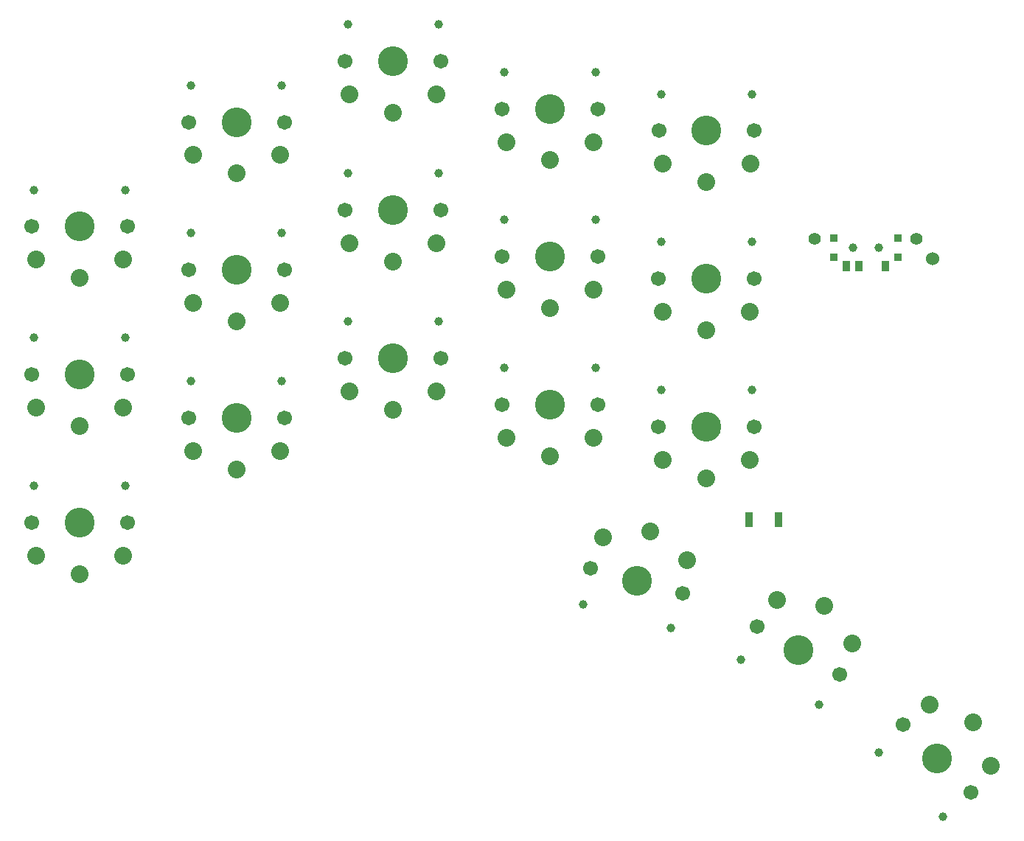
<source format=gbr>
%TF.GenerationSoftware,KiCad,Pcbnew,(6.0.2-0)*%
%TF.CreationDate,2022-03-03T20:02:48-06:00*%
%TF.ProjectId,Exkeylibur,45786b65-796c-4696-9275-722e6b696361,rev?*%
%TF.SameCoordinates,Original*%
%TF.FileFunction,Soldermask,Top*%
%TF.FilePolarity,Negative*%
%FSLAX46Y46*%
G04 Gerber Fmt 4.6, Leading zero omitted, Abs format (unit mm)*
G04 Created by KiCad (PCBNEW (6.0.2-0)) date 2022-03-03 20:02:48*
%MOMM*%
%LPD*%
G01*
G04 APERTURE LIST*
%ADD10C,1.524000*%
%ADD11C,3.429000*%
%ADD12C,0.990600*%
%ADD13C,1.701800*%
%ADD14C,2.032000*%
%ADD15R,0.900000X1.700000*%
%ADD16C,1.397000*%
%ADD17C,1.000000*%
%ADD18R,0.900000X0.900000*%
%ADD19R,0.900000X1.250000*%
G04 APERTURE END LIST*
D10*
%TO.C,U1*%
X128322558Y-53086000D03*
%TD*%
D11*
%TO.C,SW16*%
X66389158Y-64516000D03*
D12*
X71609158Y-60316000D03*
D13*
X71889158Y-64516000D03*
D12*
X61169158Y-60316000D03*
D13*
X60889158Y-64516000D03*
D14*
X66389158Y-70416000D03*
X71389158Y-68316000D03*
X61389158Y-68316000D03*
%TD*%
D12*
%TO.C,SW7*%
X115339811Y-104329307D03*
D11*
X112919158Y-98082000D03*
D13*
X117682298Y-100832000D03*
X108156018Y-95332000D03*
D12*
X106298505Y-99109307D03*
D14*
X115869158Y-92972450D03*
X119149285Y-97291103D03*
X110489031Y-92291103D03*
%TD*%
D12*
%TO.C,SW15*%
X53609158Y-67174000D03*
X43169158Y-67174000D03*
D11*
X48389158Y-71374000D03*
D13*
X42889158Y-71374000D03*
X53889158Y-71374000D03*
D14*
X48389158Y-77274000D03*
X53389158Y-75174000D03*
X43389158Y-75174000D03*
%TD*%
D12*
%TO.C,SW13*%
X98314251Y-95489924D03*
D13*
X89046566Y-88658495D03*
D12*
X88229985Y-92787853D03*
D13*
X99671750Y-91505505D03*
D11*
X94359158Y-90082000D03*
D14*
X95886190Y-84383038D03*
X100172300Y-87705577D03*
X90513041Y-85117387D03*
%TD*%
D13*
%TO.C,SW17*%
X78889158Y-69850000D03*
D12*
X79169158Y-65650000D03*
D11*
X84389158Y-69850000D03*
D13*
X89889158Y-69850000D03*
D12*
X89609158Y-65650000D03*
D14*
X84389158Y-75750000D03*
X79389158Y-73650000D03*
X89389158Y-73650000D03*
%TD*%
D11*
%TO.C,SW18*%
X102369158Y-72390000D03*
D12*
X107589158Y-68190000D03*
D13*
X96869158Y-72390000D03*
X107869158Y-72390000D03*
D12*
X97149158Y-68190000D03*
D14*
X102369158Y-78290000D03*
X97369158Y-76190000D03*
X107369158Y-76190000D03*
%TD*%
D11*
%TO.C,SW4*%
X66389158Y-30382000D03*
D12*
X61169158Y-26182000D03*
D13*
X71889158Y-30382000D03*
X60889158Y-30382000D03*
D12*
X71609158Y-26182000D03*
D14*
X66389158Y-36282000D03*
X71389158Y-34182000D03*
X61389158Y-34182000D03*
%TD*%
D12*
%TO.C,SW3*%
X43169158Y-33182000D03*
X53609158Y-33182000D03*
D13*
X53889158Y-37382000D03*
D11*
X48389158Y-37382000D03*
D13*
X42889158Y-37382000D03*
D14*
X48389158Y-43282000D03*
X53389158Y-41182000D03*
X43389158Y-41182000D03*
%TD*%
D11*
%TO.C,SW9*%
X48389158Y-54356000D03*
D12*
X53609158Y-50156000D03*
D13*
X53889158Y-54356000D03*
X42889158Y-54356000D03*
D12*
X43169158Y-50156000D03*
D14*
X48389158Y-60256000D03*
X43389158Y-58156000D03*
X53389158Y-58156000D03*
%TD*%
D11*
%TO.C,SW14*%
X30389158Y-83382000D03*
D13*
X35889158Y-83382000D03*
X24889158Y-83382000D03*
D12*
X25169158Y-79182000D03*
X35609158Y-79182000D03*
D14*
X30389158Y-89282000D03*
X35389158Y-87182000D03*
X25389158Y-87182000D03*
%TD*%
D11*
%TO.C,SW12*%
X102369158Y-55372000D03*
D13*
X107869158Y-55372000D03*
X96869158Y-55372000D03*
D12*
X107589158Y-51172000D03*
X97149158Y-51172000D03*
D14*
X102369158Y-61272000D03*
X107369158Y-59172000D03*
X97369158Y-59172000D03*
%TD*%
D13*
%TO.C,SW11*%
X78889158Y-52832000D03*
D11*
X84389158Y-52832000D03*
D12*
X89609158Y-48632000D03*
X79169158Y-48632000D03*
D13*
X89889158Y-52832000D03*
D14*
X84389158Y-58732000D03*
X79389158Y-56632000D03*
X89389158Y-56632000D03*
%TD*%
D13*
%TO.C,SW8*%
X24889158Y-66382000D03*
D12*
X25169158Y-62182000D03*
D13*
X35889158Y-66382000D03*
D11*
X30389158Y-66382000D03*
D12*
X35609158Y-62182000D03*
D14*
X30389158Y-72282000D03*
X25389158Y-70182000D03*
X35389158Y-70182000D03*
%TD*%
D12*
%TO.C,SW6*%
X107609158Y-34182000D03*
X97169158Y-34182000D03*
D11*
X102389158Y-38382000D03*
D13*
X107889158Y-38382000D03*
X96889158Y-38382000D03*
D14*
X102389158Y-44282000D03*
X107389158Y-42182000D03*
X97389158Y-42182000D03*
%TD*%
D13*
%TO.C,SW5*%
X78889158Y-35882000D03*
D12*
X89609158Y-31682000D03*
X79169158Y-31682000D03*
D13*
X89889158Y-35882000D03*
D11*
X84389158Y-35882000D03*
D14*
X84389158Y-41782000D03*
X79389158Y-39682000D03*
X89389158Y-39682000D03*
%TD*%
D13*
%TO.C,SW2*%
X35889158Y-49382000D03*
D12*
X25169158Y-45182000D03*
D13*
X24889158Y-49382000D03*
D11*
X30389158Y-49382000D03*
D12*
X35609158Y-45182000D03*
D14*
X30389158Y-55282000D03*
X25389158Y-53182000D03*
X35389158Y-53182000D03*
%TD*%
D15*
%TO.C,RSW1*%
X107273158Y-83058000D03*
X110673158Y-83058000D03*
%TD*%
D12*
%TO.C,SW10*%
X71609158Y-43298000D03*
D11*
X66389158Y-47498000D03*
D12*
X61169158Y-43298000D03*
D13*
X60889158Y-47498000D03*
X71889158Y-47498000D03*
D14*
X66389158Y-53398000D03*
X71389158Y-51298000D03*
X61389158Y-51298000D03*
%TD*%
D16*
%TO.C,BT_V1*%
X126499158Y-50800000D03*
%TD*%
%TO.C,BT_GND1*%
X114815158Y-50800000D03*
%TD*%
D17*
%TO.C,PWR_SW1*%
X122160425Y-51818925D03*
X119160425Y-51818925D03*
D18*
X124360425Y-52918925D03*
X116960425Y-52918925D03*
X124360425Y-50718925D03*
X116960425Y-50718925D03*
D19*
X122910425Y-53893925D03*
X119910425Y-53893925D03*
X118410425Y-53893925D03*
%TD*%
D13*
%TO.C,SW1*%
X132722245Y-114405512D03*
D12*
X122172212Y-109795176D03*
D13*
X124944071Y-106627338D03*
D12*
X129554407Y-117177371D03*
D11*
X128833158Y-110516425D03*
D14*
X133005088Y-106344495D03*
X135055698Y-111364953D03*
X127984630Y-104293885D03*
%TD*%
D17*
%TO.C,PWR_SW1*%
X122157158Y-51816000D03*
X119157158Y-51816000D03*
%TD*%
M02*

</source>
